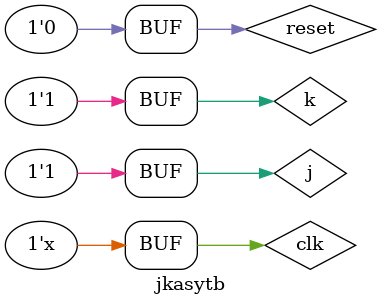
<source format=v>
`timescale 1ns / 1ps


module jkasytb;

	// Inputs
	reg clk;
	reg reset;
	reg j;
	reg k;

	// Outputs
	wire q;

	// Instantiate the Unit Under Test (UUT)
	jkasy uut (
		.clk(clk), 
		.reset(reset), 
		.j(j), 
		.k(k), 
		.q(q)
	);

	initial begin
	$monitor("clk=%b,reset=%b,j=%b,k=%b,q=%b",clk,reset,j,k,q);
	end

	initial begin
		// Initialize Inputs
		clk = 0;
		reset = 1;
		// Wait 100 ns for global reset to finish
		#100;reset = 0;j = 0;k = 0;
		#100;j = 0;k = 1;
		#100;j = 1;k = 0;
		#100;j = 1;k = 1;  
		// Add stimulus here

	end
	always
	#50 clk=~clk;
      
endmodule



</source>
